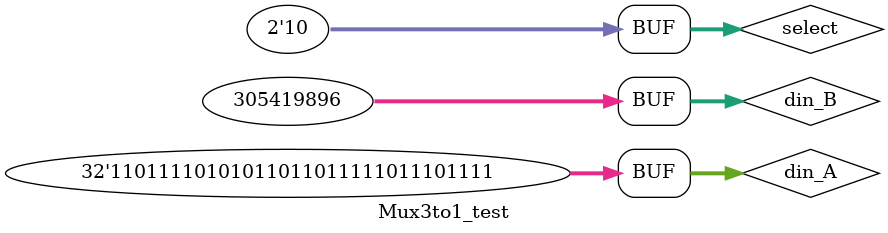
<source format=v>
module Mux3to1_test;
reg [31:0] din_A, din_B, din_C;
reg [1:0] select;
wire [31:0] dout;

Mux3to1 dut(dout, din_A, din_B, select, din_C);

initial begin
    $display("Testing Verilog 3to1 Mux...");
    din_A <= 32'hDEADBEEF;
    din_B <= 32'hF00DCAFE;
    din_B <= 32'h12345678;
    select <= 0;
    #20
    if (dout != din_A) begin
        $display("3to1 Mux FAILURE: dout != din_A when select = 0");
    end
    select <= 1;
    #20
    if (dout != din_B) begin
        $display("3to1 Mux FAILURE: dout != din_B when select = 1");
    end
    select <= 2;
    #20
    if (dout != din_C) begin
        $display("3to1 Mux FAILURE: dout != din_C when select = 2");
    end
end

endmodule
</source>
